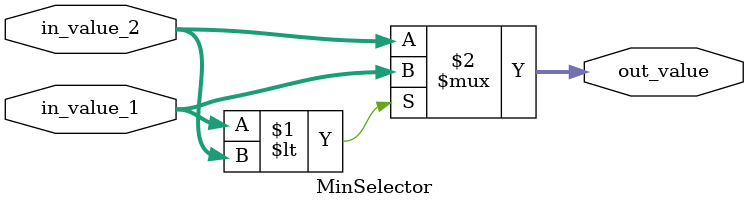
<source format=sv>
`timescale 1ns / 1ps


module MinSelector #(
        parameter VALUE_SIZE = 4
    )(
        input  wire        [VALUE_SIZE-1 : 0] in_value_1,
        input  wire        [VALUE_SIZE-1 : 0] in_value_2,
        output wire        [VALUE_SIZE-1 : 0] out_value
    );
        
    assign out_value = (in_value_1 < in_value_2)? in_value_1 : in_value_2;
    
endmodule

</source>
